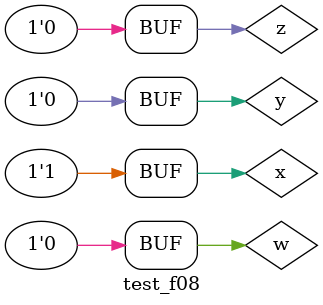
<source format=v>
/*
    -identificação: 

Guia_0608 - 07 / 09 / 2024

Nome: Davi Cândido de Almeida
Matricula: 857859
Código de Pessoa: 1527368

*/

// ----------- Expressão completa-------------- // 
module f08a ( output s, input x, input y, input w, input z );
    // definir dado local

     assign s = (~x & ~y & w & z) | (x & y & w & z) | (x & ~y & w & z) | (x & ~y & ~w & ~z) ;

endmodule 

// ----------- Expressão simplificada pelo mapa de Veitch-Karnaugh-------------- // 
module sf08a ( output s, input x, input y, input w, input z );
    // definir dado local

  assign s = (w & z) & (~y | x) | (x & ~y & ~w & ~z) ;
endmodule 


module test_f08;
// ------------------------- definir dados
    reg x;
    reg y;
    reg w;
    reg z;

 wire a, aS;
 f08a moduloA ( a, x, y, w, z );
 sf08a moduloSA ( aS, x, y, w, z );

// ------------------------- parte principal
 initial
 begin : main
    $display("Guia_0608 - Davi Cândido - 857859");
    $display("Test module");
    $display("   x    y    w    z    a    Sa");
    // projetar testes do modulo
    $monitor("%4b %4b %4b %4b %4b %4b ", x, y, w, z, a, aS);
    x = 1'b0; y = 1'b0; w = 1'b0; z = 1'b0;
    #1 x = 1'b0; y = 1'b0; w = 1'b0; z = 1'b1;
    #1 x = 1'b0; y = 1'b0; w = 1'b1; z = 1'b1;
    #1 x = 1'b0; y = 1'b0; w = 1'b1; z = 1'b0;
    #1 x = 1'b0; y = 1'b1; w = 1'b1; z = 1'b0;
    #1 x = 1'b0; y = 1'b1; w = 1'b1; z = 1'b1;
    #1 x = 1'b0; y = 1'b1; w = 1'b0; z = 1'b1;
    #1 x = 1'b0; y = 1'b1; w = 1'b0; z = 1'b0;
    #1 x = 1'b1; y = 1'b1; w = 1'b0; z = 1'b0;
    #1 x = 1'b1; y = 1'b1; w = 1'b0; z = 1'b1;
    #1 x = 1'b1; y = 1'b1; w = 1'b1; z = 1'b1;
    #1 x = 1'b1; y = 1'b1; w = 1'b1; z = 1'b0;
    #1 x = 1'b1; y = 1'b0; w = 1'b1; z = 1'b0;
    #1 x = 1'b1; y = 1'b0; w = 1'b1; z = 1'b1;
    #1 x = 1'b1; y = 1'b0; w = 1'b0; z = 1'b1;
    #1 x = 1'b1; y = 1'b0; w = 1'b0; z = 1'b0;

 end
endmodule

/*
Guia_0608 - Davi Cândido - 857859
Test module
   x    y    w    z    a    Sa
   0    0    0    0    0    0 
   0    0    0    1    0    0 
   0    0    1    1    1    1 
   0    0    1    0    0    0 
   0    1    1    0    0    0 
   0    1    1    1    0    0 
   0    1    0    1    0    0 
   0    1    0    0    0    0 
   1    1    0    0    0    0 
   1    1    0    1    0    0 
   1    1    1    1    1    1 
   1    1    1    0    0    0 
   1    0    1    0    0    0 
   1    0    1    1    1    1 
   1    0    0    1    0    0 
   1    0    0    0    1    1 
*/

/*
    -Notas:

Para compilar: iverilog -o Guia_0608.vvp Guia_0608.v
Para executar: vvp Guia_0608.vvp
*/


</source>
